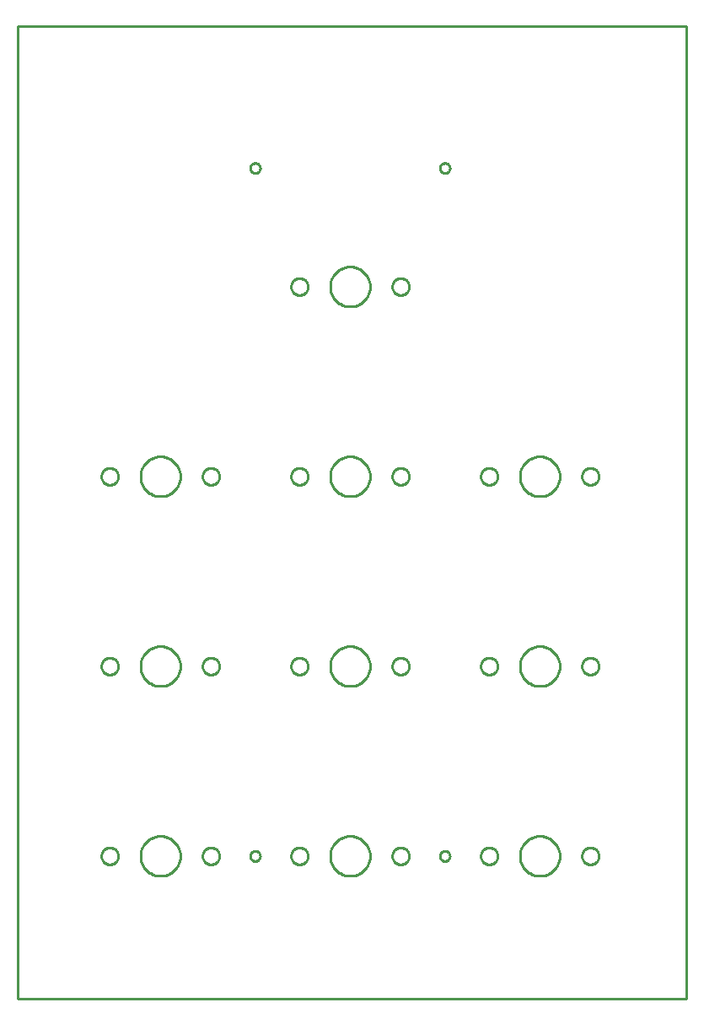
<source format=gbr>
G04 EAGLE Gerber RS-274X export*
G75*
%MOMM*%
%FSLAX34Y34*%
%LPD*%
%IN*%
%IPPOS*%
%AMOC8*
5,1,8,0,0,1.08239X$1,22.5*%
G01*
%ADD10C,0.254000*%


D10*
X-142875Y47625D02*
X528438Y47625D01*
X528438Y1023813D01*
X-142875Y1023813D01*
X-142875Y47625D01*
X100250Y880782D02*
X100187Y880224D01*
X100062Y879676D01*
X99877Y879146D01*
X99633Y878640D01*
X99334Y878165D01*
X98984Y877726D01*
X98587Y877328D01*
X98148Y876978D01*
X97672Y876680D01*
X97166Y876436D01*
X96636Y876250D01*
X96089Y876125D01*
X95531Y876063D01*
X94969Y876063D01*
X94411Y876125D01*
X93864Y876250D01*
X93334Y876436D01*
X92828Y876680D01*
X92352Y876978D01*
X91913Y877328D01*
X91516Y877726D01*
X91166Y878165D01*
X90867Y878640D01*
X90623Y879146D01*
X90438Y879676D01*
X90313Y880224D01*
X90250Y880782D01*
X90250Y881343D01*
X90313Y881901D01*
X90438Y882449D01*
X90623Y882979D01*
X90867Y883485D01*
X91166Y883960D01*
X91516Y884399D01*
X91913Y884797D01*
X92352Y885147D01*
X92828Y885446D01*
X93334Y885689D01*
X93864Y885875D01*
X94411Y886000D01*
X94969Y886063D01*
X95531Y886063D01*
X96089Y886000D01*
X96636Y885875D01*
X97166Y885689D01*
X97672Y885446D01*
X98148Y885147D01*
X98587Y884797D01*
X98984Y884399D01*
X99334Y883960D01*
X99633Y883485D01*
X99877Y882979D01*
X100062Y882449D01*
X100187Y881901D01*
X100250Y881343D01*
X100250Y880782D01*
X100250Y190219D02*
X100187Y189661D01*
X100062Y189114D01*
X99877Y188584D01*
X99633Y188078D01*
X99334Y187602D01*
X98984Y187163D01*
X98587Y186766D01*
X98148Y186416D01*
X97672Y186117D01*
X97166Y185873D01*
X96636Y185688D01*
X96089Y185563D01*
X95531Y185500D01*
X94969Y185500D01*
X94411Y185563D01*
X93864Y185688D01*
X93334Y185873D01*
X92828Y186117D01*
X92352Y186416D01*
X91913Y186766D01*
X91516Y187163D01*
X91166Y187602D01*
X90867Y188078D01*
X90623Y188584D01*
X90438Y189114D01*
X90313Y189661D01*
X90250Y190219D01*
X90250Y190781D01*
X90313Y191339D01*
X90438Y191886D01*
X90623Y192416D01*
X90867Y192922D01*
X91166Y193398D01*
X91516Y193837D01*
X91913Y194234D01*
X92352Y194584D01*
X92828Y194883D01*
X93334Y195127D01*
X93864Y195312D01*
X94411Y195437D01*
X94969Y195500D01*
X95531Y195500D01*
X96089Y195437D01*
X96636Y195312D01*
X97166Y195127D01*
X97672Y194883D01*
X98148Y194584D01*
X98587Y194234D01*
X98984Y193837D01*
X99334Y193398D01*
X99633Y192922D01*
X99877Y192416D01*
X100062Y191886D01*
X100187Y191339D01*
X100250Y190781D01*
X100250Y190219D01*
X290750Y190219D02*
X290687Y189661D01*
X290562Y189114D01*
X290377Y188584D01*
X290133Y188078D01*
X289834Y187602D01*
X289484Y187163D01*
X289087Y186766D01*
X288648Y186416D01*
X288172Y186117D01*
X287666Y185873D01*
X287136Y185688D01*
X286589Y185563D01*
X286031Y185500D01*
X285469Y185500D01*
X284911Y185563D01*
X284364Y185688D01*
X283834Y185873D01*
X283328Y186117D01*
X282852Y186416D01*
X282413Y186766D01*
X282016Y187163D01*
X281666Y187602D01*
X281367Y188078D01*
X281123Y188584D01*
X280938Y189114D01*
X280813Y189661D01*
X280750Y190219D01*
X280750Y190781D01*
X280813Y191339D01*
X280938Y191886D01*
X281123Y192416D01*
X281367Y192922D01*
X281666Y193398D01*
X282016Y193837D01*
X282413Y194234D01*
X282852Y194584D01*
X283328Y194883D01*
X283834Y195127D01*
X284364Y195312D01*
X284911Y195437D01*
X285469Y195500D01*
X286031Y195500D01*
X286589Y195437D01*
X287136Y195312D01*
X287666Y195127D01*
X288172Y194883D01*
X288648Y194584D01*
X289087Y194234D01*
X289484Y193837D01*
X289834Y193398D01*
X290133Y192922D01*
X290377Y192416D01*
X290562Y191886D01*
X290687Y191339D01*
X290750Y190781D01*
X290750Y190219D01*
X290750Y880782D02*
X290687Y880224D01*
X290562Y879676D01*
X290377Y879146D01*
X290133Y878640D01*
X289834Y878165D01*
X289484Y877726D01*
X289087Y877328D01*
X288648Y876978D01*
X288172Y876680D01*
X287666Y876436D01*
X287136Y876250D01*
X286589Y876125D01*
X286031Y876063D01*
X285469Y876063D01*
X284911Y876125D01*
X284364Y876250D01*
X283834Y876436D01*
X283328Y876680D01*
X282852Y876978D01*
X282413Y877328D01*
X282016Y877726D01*
X281666Y878165D01*
X281367Y878640D01*
X281123Y879146D01*
X280938Y879676D01*
X280813Y880224D01*
X280750Y880782D01*
X280750Y881343D01*
X280813Y881901D01*
X280938Y882449D01*
X281123Y882979D01*
X281367Y883485D01*
X281666Y883960D01*
X282016Y884399D01*
X282413Y884797D01*
X282852Y885147D01*
X283328Y885446D01*
X283834Y885689D01*
X284364Y885875D01*
X284911Y886000D01*
X285469Y886063D01*
X286031Y886063D01*
X286589Y886000D01*
X287136Y885875D01*
X287666Y885689D01*
X288172Y885446D01*
X288648Y885147D01*
X289087Y884797D01*
X289484Y884399D01*
X289834Y883960D01*
X290133Y883485D01*
X290377Y882979D01*
X290562Y882449D01*
X290687Y881901D01*
X290750Y881343D01*
X290750Y880782D01*
X20000Y570896D02*
X19927Y569689D01*
X19781Y568489D01*
X19563Y567300D01*
X19274Y566127D01*
X18915Y564973D01*
X18486Y563843D01*
X17990Y562741D01*
X17428Y561670D01*
X16803Y560636D01*
X16116Y559641D01*
X15371Y558690D01*
X14569Y557785D01*
X13715Y556931D01*
X12810Y556129D01*
X11859Y555384D01*
X10864Y554697D01*
X9830Y554072D01*
X8759Y553510D01*
X7657Y553014D01*
X6527Y552585D01*
X5373Y552226D01*
X4200Y551937D01*
X3011Y551719D01*
X1811Y551573D01*
X604Y551500D01*
X-604Y551500D01*
X-1811Y551573D01*
X-3011Y551719D01*
X-4200Y551937D01*
X-5373Y552226D01*
X-6527Y552585D01*
X-7657Y553014D01*
X-8759Y553510D01*
X-9830Y554072D01*
X-10864Y554697D01*
X-11859Y555384D01*
X-12810Y556129D01*
X-13715Y556931D01*
X-14569Y557785D01*
X-15371Y558690D01*
X-16116Y559641D01*
X-16803Y560636D01*
X-17428Y561670D01*
X-17990Y562741D01*
X-18486Y563843D01*
X-18915Y564973D01*
X-19274Y566127D01*
X-19563Y567300D01*
X-19781Y568489D01*
X-19927Y569689D01*
X-20000Y570896D01*
X-20000Y572104D01*
X-19927Y573311D01*
X-19781Y574511D01*
X-19563Y575700D01*
X-19274Y576873D01*
X-18915Y578027D01*
X-18486Y579157D01*
X-17990Y580259D01*
X-17428Y581330D01*
X-16803Y582364D01*
X-16116Y583359D01*
X-15371Y584310D01*
X-14569Y585215D01*
X-13715Y586069D01*
X-12810Y586871D01*
X-11859Y587616D01*
X-10864Y588303D01*
X-9830Y588928D01*
X-8759Y589490D01*
X-7657Y589986D01*
X-6527Y590415D01*
X-5373Y590774D01*
X-4200Y591063D01*
X-3011Y591281D01*
X-1811Y591427D01*
X-604Y591500D01*
X604Y591500D01*
X1811Y591427D01*
X3011Y591281D01*
X4200Y591063D01*
X5373Y590774D01*
X6527Y590415D01*
X7657Y589986D01*
X8759Y589490D01*
X9830Y588928D01*
X10864Y588303D01*
X11859Y587616D01*
X12810Y586871D01*
X13715Y586069D01*
X14569Y585215D01*
X15371Y584310D01*
X16116Y583359D01*
X16803Y582364D01*
X17428Y581330D01*
X17990Y580259D01*
X18486Y579157D01*
X18915Y578027D01*
X19274Y576873D01*
X19563Y575700D01*
X19781Y574511D01*
X19927Y573311D01*
X20000Y572104D01*
X20000Y570896D01*
X-42300Y571129D02*
X-42365Y570389D01*
X-42494Y569659D01*
X-42686Y568942D01*
X-42940Y568244D01*
X-43253Y567571D01*
X-43624Y566929D01*
X-44050Y566321D01*
X-44527Y565752D01*
X-45052Y565227D01*
X-45621Y564750D01*
X-46229Y564324D01*
X-46871Y563953D01*
X-47544Y563640D01*
X-48242Y563386D01*
X-48959Y563194D01*
X-49689Y563065D01*
X-50429Y563000D01*
X-51171Y563000D01*
X-51911Y563065D01*
X-52642Y563194D01*
X-53358Y563386D01*
X-54056Y563640D01*
X-54729Y563953D01*
X-55371Y564324D01*
X-55979Y564750D01*
X-56548Y565227D01*
X-57073Y565752D01*
X-57550Y566321D01*
X-57976Y566929D01*
X-58347Y567571D01*
X-58660Y568244D01*
X-58914Y568942D01*
X-59106Y569659D01*
X-59235Y570389D01*
X-59300Y571129D01*
X-59300Y571871D01*
X-59235Y572611D01*
X-59106Y573342D01*
X-58914Y574058D01*
X-58660Y574756D01*
X-58347Y575429D01*
X-57976Y576071D01*
X-57550Y576679D01*
X-57073Y577248D01*
X-56548Y577773D01*
X-55979Y578250D01*
X-55371Y578676D01*
X-54729Y579047D01*
X-54056Y579360D01*
X-53358Y579614D01*
X-52642Y579806D01*
X-51911Y579935D01*
X-51171Y580000D01*
X-50429Y580000D01*
X-49689Y579935D01*
X-48959Y579806D01*
X-48242Y579614D01*
X-47544Y579360D01*
X-46871Y579047D01*
X-46229Y578676D01*
X-45621Y578250D01*
X-45052Y577773D01*
X-44527Y577248D01*
X-44050Y576679D01*
X-43624Y576071D01*
X-43253Y575429D01*
X-42940Y574756D01*
X-42686Y574058D01*
X-42494Y573342D01*
X-42365Y572611D01*
X-42300Y571871D01*
X-42300Y571129D01*
X59300Y571129D02*
X59235Y570389D01*
X59106Y569659D01*
X58914Y568942D01*
X58660Y568244D01*
X58347Y567571D01*
X57976Y566929D01*
X57550Y566321D01*
X57073Y565752D01*
X56548Y565227D01*
X55979Y564750D01*
X55371Y564324D01*
X54729Y563953D01*
X54056Y563640D01*
X53358Y563386D01*
X52642Y563194D01*
X51911Y563065D01*
X51171Y563000D01*
X50429Y563000D01*
X49689Y563065D01*
X48959Y563194D01*
X48242Y563386D01*
X47544Y563640D01*
X46871Y563953D01*
X46229Y564324D01*
X45621Y564750D01*
X45052Y565227D01*
X44527Y565752D01*
X44050Y566321D01*
X43624Y566929D01*
X43253Y567571D01*
X42940Y568244D01*
X42686Y568942D01*
X42494Y569659D01*
X42365Y570389D01*
X42300Y571129D01*
X42300Y571871D01*
X42365Y572611D01*
X42494Y573342D01*
X42686Y574058D01*
X42940Y574756D01*
X43253Y575429D01*
X43624Y576071D01*
X44050Y576679D01*
X44527Y577248D01*
X45052Y577773D01*
X45621Y578250D01*
X46229Y578676D01*
X46871Y579047D01*
X47544Y579360D01*
X48242Y579614D01*
X48959Y579806D01*
X49689Y579935D01*
X50429Y580000D01*
X51171Y580000D01*
X51911Y579935D01*
X52642Y579806D01*
X53358Y579614D01*
X54056Y579360D01*
X54729Y579047D01*
X55371Y578676D01*
X55979Y578250D01*
X56548Y577773D01*
X57073Y577248D01*
X57550Y576679D01*
X57976Y576071D01*
X58347Y575429D01*
X58660Y574756D01*
X58914Y574058D01*
X59106Y573342D01*
X59235Y572611D01*
X59300Y571871D01*
X59300Y571129D01*
X210500Y570896D02*
X210427Y569689D01*
X210281Y568489D01*
X210063Y567300D01*
X209774Y566127D01*
X209415Y564973D01*
X208986Y563843D01*
X208490Y562741D01*
X207928Y561670D01*
X207303Y560636D01*
X206616Y559641D01*
X205871Y558690D01*
X205069Y557785D01*
X204215Y556931D01*
X203310Y556129D01*
X202359Y555384D01*
X201364Y554697D01*
X200330Y554072D01*
X199259Y553510D01*
X198157Y553014D01*
X197027Y552585D01*
X195873Y552226D01*
X194700Y551937D01*
X193511Y551719D01*
X192311Y551573D01*
X191104Y551500D01*
X189896Y551500D01*
X188689Y551573D01*
X187489Y551719D01*
X186300Y551937D01*
X185127Y552226D01*
X183973Y552585D01*
X182843Y553014D01*
X181741Y553510D01*
X180670Y554072D01*
X179636Y554697D01*
X178641Y555384D01*
X177690Y556129D01*
X176785Y556931D01*
X175931Y557785D01*
X175129Y558690D01*
X174384Y559641D01*
X173697Y560636D01*
X173072Y561670D01*
X172510Y562741D01*
X172014Y563843D01*
X171585Y564973D01*
X171226Y566127D01*
X170937Y567300D01*
X170719Y568489D01*
X170573Y569689D01*
X170500Y570896D01*
X170500Y572104D01*
X170573Y573311D01*
X170719Y574511D01*
X170937Y575700D01*
X171226Y576873D01*
X171585Y578027D01*
X172014Y579157D01*
X172510Y580259D01*
X173072Y581330D01*
X173697Y582364D01*
X174384Y583359D01*
X175129Y584310D01*
X175931Y585215D01*
X176785Y586069D01*
X177690Y586871D01*
X178641Y587616D01*
X179636Y588303D01*
X180670Y588928D01*
X181741Y589490D01*
X182843Y589986D01*
X183973Y590415D01*
X185127Y590774D01*
X186300Y591063D01*
X187489Y591281D01*
X188689Y591427D01*
X189896Y591500D01*
X191104Y591500D01*
X192311Y591427D01*
X193511Y591281D01*
X194700Y591063D01*
X195873Y590774D01*
X197027Y590415D01*
X198157Y589986D01*
X199259Y589490D01*
X200330Y588928D01*
X201364Y588303D01*
X202359Y587616D01*
X203310Y586871D01*
X204215Y586069D01*
X205069Y585215D01*
X205871Y584310D01*
X206616Y583359D01*
X207303Y582364D01*
X207928Y581330D01*
X208490Y580259D01*
X208986Y579157D01*
X209415Y578027D01*
X209774Y576873D01*
X210063Y575700D01*
X210281Y574511D01*
X210427Y573311D01*
X210500Y572104D01*
X210500Y570896D01*
X148200Y571129D02*
X148135Y570389D01*
X148006Y569659D01*
X147814Y568942D01*
X147560Y568244D01*
X147247Y567571D01*
X146876Y566929D01*
X146450Y566321D01*
X145973Y565752D01*
X145448Y565227D01*
X144879Y564750D01*
X144271Y564324D01*
X143629Y563953D01*
X142956Y563640D01*
X142258Y563386D01*
X141542Y563194D01*
X140811Y563065D01*
X140071Y563000D01*
X139329Y563000D01*
X138589Y563065D01*
X137859Y563194D01*
X137142Y563386D01*
X136444Y563640D01*
X135771Y563953D01*
X135129Y564324D01*
X134521Y564750D01*
X133952Y565227D01*
X133427Y565752D01*
X132950Y566321D01*
X132524Y566929D01*
X132153Y567571D01*
X131840Y568244D01*
X131586Y568942D01*
X131394Y569659D01*
X131265Y570389D01*
X131200Y571129D01*
X131200Y571871D01*
X131265Y572611D01*
X131394Y573342D01*
X131586Y574058D01*
X131840Y574756D01*
X132153Y575429D01*
X132524Y576071D01*
X132950Y576679D01*
X133427Y577248D01*
X133952Y577773D01*
X134521Y578250D01*
X135129Y578676D01*
X135771Y579047D01*
X136444Y579360D01*
X137142Y579614D01*
X137859Y579806D01*
X138589Y579935D01*
X139329Y580000D01*
X140071Y580000D01*
X140811Y579935D01*
X141542Y579806D01*
X142258Y579614D01*
X142956Y579360D01*
X143629Y579047D01*
X144271Y578676D01*
X144879Y578250D01*
X145448Y577773D01*
X145973Y577248D01*
X146450Y576679D01*
X146876Y576071D01*
X147247Y575429D01*
X147560Y574756D01*
X147814Y574058D01*
X148006Y573342D01*
X148135Y572611D01*
X148200Y571871D01*
X148200Y571129D01*
X249800Y571129D02*
X249735Y570389D01*
X249606Y569659D01*
X249414Y568942D01*
X249160Y568244D01*
X248847Y567571D01*
X248476Y566929D01*
X248050Y566321D01*
X247573Y565752D01*
X247048Y565227D01*
X246479Y564750D01*
X245871Y564324D01*
X245229Y563953D01*
X244556Y563640D01*
X243858Y563386D01*
X243142Y563194D01*
X242411Y563065D01*
X241671Y563000D01*
X240929Y563000D01*
X240189Y563065D01*
X239459Y563194D01*
X238742Y563386D01*
X238044Y563640D01*
X237371Y563953D01*
X236729Y564324D01*
X236121Y564750D01*
X235552Y565227D01*
X235027Y565752D01*
X234550Y566321D01*
X234124Y566929D01*
X233753Y567571D01*
X233440Y568244D01*
X233186Y568942D01*
X232994Y569659D01*
X232865Y570389D01*
X232800Y571129D01*
X232800Y571871D01*
X232865Y572611D01*
X232994Y573342D01*
X233186Y574058D01*
X233440Y574756D01*
X233753Y575429D01*
X234124Y576071D01*
X234550Y576679D01*
X235027Y577248D01*
X235552Y577773D01*
X236121Y578250D01*
X236729Y578676D01*
X237371Y579047D01*
X238044Y579360D01*
X238742Y579614D01*
X239459Y579806D01*
X240189Y579935D01*
X240929Y580000D01*
X241671Y580000D01*
X242411Y579935D01*
X243142Y579806D01*
X243858Y579614D01*
X244556Y579360D01*
X245229Y579047D01*
X245871Y578676D01*
X246479Y578250D01*
X247048Y577773D01*
X247573Y577248D01*
X248050Y576679D01*
X248476Y576071D01*
X248847Y575429D01*
X249160Y574756D01*
X249414Y574058D01*
X249606Y573342D01*
X249735Y572611D01*
X249800Y571871D01*
X249800Y571129D01*
X401000Y570896D02*
X400927Y569689D01*
X400781Y568489D01*
X400563Y567300D01*
X400274Y566127D01*
X399915Y564973D01*
X399486Y563843D01*
X398990Y562741D01*
X398428Y561670D01*
X397803Y560636D01*
X397116Y559641D01*
X396371Y558690D01*
X395569Y557785D01*
X394715Y556931D01*
X393810Y556129D01*
X392859Y555384D01*
X391864Y554697D01*
X390830Y554072D01*
X389759Y553510D01*
X388657Y553014D01*
X387527Y552585D01*
X386373Y552226D01*
X385200Y551937D01*
X384011Y551719D01*
X382811Y551573D01*
X381604Y551500D01*
X380396Y551500D01*
X379189Y551573D01*
X377989Y551719D01*
X376800Y551937D01*
X375627Y552226D01*
X374473Y552585D01*
X373343Y553014D01*
X372241Y553510D01*
X371170Y554072D01*
X370136Y554697D01*
X369141Y555384D01*
X368190Y556129D01*
X367285Y556931D01*
X366431Y557785D01*
X365629Y558690D01*
X364884Y559641D01*
X364197Y560636D01*
X363572Y561670D01*
X363010Y562741D01*
X362514Y563843D01*
X362085Y564973D01*
X361726Y566127D01*
X361437Y567300D01*
X361219Y568489D01*
X361073Y569689D01*
X361000Y570896D01*
X361000Y572104D01*
X361073Y573311D01*
X361219Y574511D01*
X361437Y575700D01*
X361726Y576873D01*
X362085Y578027D01*
X362514Y579157D01*
X363010Y580259D01*
X363572Y581330D01*
X364197Y582364D01*
X364884Y583359D01*
X365629Y584310D01*
X366431Y585215D01*
X367285Y586069D01*
X368190Y586871D01*
X369141Y587616D01*
X370136Y588303D01*
X371170Y588928D01*
X372241Y589490D01*
X373343Y589986D01*
X374473Y590415D01*
X375627Y590774D01*
X376800Y591063D01*
X377989Y591281D01*
X379189Y591427D01*
X380396Y591500D01*
X381604Y591500D01*
X382811Y591427D01*
X384011Y591281D01*
X385200Y591063D01*
X386373Y590774D01*
X387527Y590415D01*
X388657Y589986D01*
X389759Y589490D01*
X390830Y588928D01*
X391864Y588303D01*
X392859Y587616D01*
X393810Y586871D01*
X394715Y586069D01*
X395569Y585215D01*
X396371Y584310D01*
X397116Y583359D01*
X397803Y582364D01*
X398428Y581330D01*
X398990Y580259D01*
X399486Y579157D01*
X399915Y578027D01*
X400274Y576873D01*
X400563Y575700D01*
X400781Y574511D01*
X400927Y573311D01*
X401000Y572104D01*
X401000Y570896D01*
X338700Y571129D02*
X338635Y570389D01*
X338506Y569659D01*
X338314Y568942D01*
X338060Y568244D01*
X337747Y567571D01*
X337376Y566929D01*
X336950Y566321D01*
X336473Y565752D01*
X335948Y565227D01*
X335379Y564750D01*
X334771Y564324D01*
X334129Y563953D01*
X333456Y563640D01*
X332758Y563386D01*
X332042Y563194D01*
X331311Y563065D01*
X330571Y563000D01*
X329829Y563000D01*
X329089Y563065D01*
X328359Y563194D01*
X327642Y563386D01*
X326944Y563640D01*
X326271Y563953D01*
X325629Y564324D01*
X325021Y564750D01*
X324452Y565227D01*
X323927Y565752D01*
X323450Y566321D01*
X323024Y566929D01*
X322653Y567571D01*
X322340Y568244D01*
X322086Y568942D01*
X321894Y569659D01*
X321765Y570389D01*
X321700Y571129D01*
X321700Y571871D01*
X321765Y572611D01*
X321894Y573342D01*
X322086Y574058D01*
X322340Y574756D01*
X322653Y575429D01*
X323024Y576071D01*
X323450Y576679D01*
X323927Y577248D01*
X324452Y577773D01*
X325021Y578250D01*
X325629Y578676D01*
X326271Y579047D01*
X326944Y579360D01*
X327642Y579614D01*
X328359Y579806D01*
X329089Y579935D01*
X329829Y580000D01*
X330571Y580000D01*
X331311Y579935D01*
X332042Y579806D01*
X332758Y579614D01*
X333456Y579360D01*
X334129Y579047D01*
X334771Y578676D01*
X335379Y578250D01*
X335948Y577773D01*
X336473Y577248D01*
X336950Y576679D01*
X337376Y576071D01*
X337747Y575429D01*
X338060Y574756D01*
X338314Y574058D01*
X338506Y573342D01*
X338635Y572611D01*
X338700Y571871D01*
X338700Y571129D01*
X440300Y571129D02*
X440235Y570389D01*
X440106Y569659D01*
X439914Y568942D01*
X439660Y568244D01*
X439347Y567571D01*
X438976Y566929D01*
X438550Y566321D01*
X438073Y565752D01*
X437548Y565227D01*
X436979Y564750D01*
X436371Y564324D01*
X435729Y563953D01*
X435056Y563640D01*
X434358Y563386D01*
X433642Y563194D01*
X432911Y563065D01*
X432171Y563000D01*
X431429Y563000D01*
X430689Y563065D01*
X429959Y563194D01*
X429242Y563386D01*
X428544Y563640D01*
X427871Y563953D01*
X427229Y564324D01*
X426621Y564750D01*
X426052Y565227D01*
X425527Y565752D01*
X425050Y566321D01*
X424624Y566929D01*
X424253Y567571D01*
X423940Y568244D01*
X423686Y568942D01*
X423494Y569659D01*
X423365Y570389D01*
X423300Y571129D01*
X423300Y571871D01*
X423365Y572611D01*
X423494Y573342D01*
X423686Y574058D01*
X423940Y574756D01*
X424253Y575429D01*
X424624Y576071D01*
X425050Y576679D01*
X425527Y577248D01*
X426052Y577773D01*
X426621Y578250D01*
X427229Y578676D01*
X427871Y579047D01*
X428544Y579360D01*
X429242Y579614D01*
X429959Y579806D01*
X430689Y579935D01*
X431429Y580000D01*
X432171Y580000D01*
X432911Y579935D01*
X433642Y579806D01*
X434358Y579614D01*
X435056Y579360D01*
X435729Y579047D01*
X436371Y578676D01*
X436979Y578250D01*
X437548Y577773D01*
X438073Y577248D01*
X438550Y576679D01*
X438976Y576071D01*
X439347Y575429D01*
X439660Y574756D01*
X439914Y574058D01*
X440106Y573342D01*
X440235Y572611D01*
X440300Y571871D01*
X440300Y571129D01*
X401000Y380396D02*
X400927Y379189D01*
X400781Y377989D01*
X400563Y376800D01*
X400274Y375627D01*
X399915Y374473D01*
X399486Y373343D01*
X398990Y372241D01*
X398428Y371170D01*
X397803Y370136D01*
X397116Y369141D01*
X396371Y368190D01*
X395569Y367285D01*
X394715Y366431D01*
X393810Y365629D01*
X392859Y364884D01*
X391864Y364197D01*
X390830Y363572D01*
X389759Y363010D01*
X388657Y362514D01*
X387527Y362085D01*
X386373Y361726D01*
X385200Y361437D01*
X384011Y361219D01*
X382811Y361073D01*
X381604Y361000D01*
X380396Y361000D01*
X379189Y361073D01*
X377989Y361219D01*
X376800Y361437D01*
X375627Y361726D01*
X374473Y362085D01*
X373343Y362514D01*
X372241Y363010D01*
X371170Y363572D01*
X370136Y364197D01*
X369141Y364884D01*
X368190Y365629D01*
X367285Y366431D01*
X366431Y367285D01*
X365629Y368190D01*
X364884Y369141D01*
X364197Y370136D01*
X363572Y371170D01*
X363010Y372241D01*
X362514Y373343D01*
X362085Y374473D01*
X361726Y375627D01*
X361437Y376800D01*
X361219Y377989D01*
X361073Y379189D01*
X361000Y380396D01*
X361000Y381604D01*
X361073Y382811D01*
X361219Y384011D01*
X361437Y385200D01*
X361726Y386373D01*
X362085Y387527D01*
X362514Y388657D01*
X363010Y389759D01*
X363572Y390830D01*
X364197Y391864D01*
X364884Y392859D01*
X365629Y393810D01*
X366431Y394715D01*
X367285Y395569D01*
X368190Y396371D01*
X369141Y397116D01*
X370136Y397803D01*
X371170Y398428D01*
X372241Y398990D01*
X373343Y399486D01*
X374473Y399915D01*
X375627Y400274D01*
X376800Y400563D01*
X377989Y400781D01*
X379189Y400927D01*
X380396Y401000D01*
X381604Y401000D01*
X382811Y400927D01*
X384011Y400781D01*
X385200Y400563D01*
X386373Y400274D01*
X387527Y399915D01*
X388657Y399486D01*
X389759Y398990D01*
X390830Y398428D01*
X391864Y397803D01*
X392859Y397116D01*
X393810Y396371D01*
X394715Y395569D01*
X395569Y394715D01*
X396371Y393810D01*
X397116Y392859D01*
X397803Y391864D01*
X398428Y390830D01*
X398990Y389759D01*
X399486Y388657D01*
X399915Y387527D01*
X400274Y386373D01*
X400563Y385200D01*
X400781Y384011D01*
X400927Y382811D01*
X401000Y381604D01*
X401000Y380396D01*
X338700Y380629D02*
X338635Y379889D01*
X338506Y379159D01*
X338314Y378442D01*
X338060Y377744D01*
X337747Y377071D01*
X337376Y376429D01*
X336950Y375821D01*
X336473Y375252D01*
X335948Y374727D01*
X335379Y374250D01*
X334771Y373824D01*
X334129Y373453D01*
X333456Y373140D01*
X332758Y372886D01*
X332042Y372694D01*
X331311Y372565D01*
X330571Y372500D01*
X329829Y372500D01*
X329089Y372565D01*
X328359Y372694D01*
X327642Y372886D01*
X326944Y373140D01*
X326271Y373453D01*
X325629Y373824D01*
X325021Y374250D01*
X324452Y374727D01*
X323927Y375252D01*
X323450Y375821D01*
X323024Y376429D01*
X322653Y377071D01*
X322340Y377744D01*
X322086Y378442D01*
X321894Y379159D01*
X321765Y379889D01*
X321700Y380629D01*
X321700Y381371D01*
X321765Y382111D01*
X321894Y382842D01*
X322086Y383558D01*
X322340Y384256D01*
X322653Y384929D01*
X323024Y385571D01*
X323450Y386179D01*
X323927Y386748D01*
X324452Y387273D01*
X325021Y387750D01*
X325629Y388176D01*
X326271Y388547D01*
X326944Y388860D01*
X327642Y389114D01*
X328359Y389306D01*
X329089Y389435D01*
X329829Y389500D01*
X330571Y389500D01*
X331311Y389435D01*
X332042Y389306D01*
X332758Y389114D01*
X333456Y388860D01*
X334129Y388547D01*
X334771Y388176D01*
X335379Y387750D01*
X335948Y387273D01*
X336473Y386748D01*
X336950Y386179D01*
X337376Y385571D01*
X337747Y384929D01*
X338060Y384256D01*
X338314Y383558D01*
X338506Y382842D01*
X338635Y382111D01*
X338700Y381371D01*
X338700Y380629D01*
X440300Y380629D02*
X440235Y379889D01*
X440106Y379159D01*
X439914Y378442D01*
X439660Y377744D01*
X439347Y377071D01*
X438976Y376429D01*
X438550Y375821D01*
X438073Y375252D01*
X437548Y374727D01*
X436979Y374250D01*
X436371Y373824D01*
X435729Y373453D01*
X435056Y373140D01*
X434358Y372886D01*
X433642Y372694D01*
X432911Y372565D01*
X432171Y372500D01*
X431429Y372500D01*
X430689Y372565D01*
X429959Y372694D01*
X429242Y372886D01*
X428544Y373140D01*
X427871Y373453D01*
X427229Y373824D01*
X426621Y374250D01*
X426052Y374727D01*
X425527Y375252D01*
X425050Y375821D01*
X424624Y376429D01*
X424253Y377071D01*
X423940Y377744D01*
X423686Y378442D01*
X423494Y379159D01*
X423365Y379889D01*
X423300Y380629D01*
X423300Y381371D01*
X423365Y382111D01*
X423494Y382842D01*
X423686Y383558D01*
X423940Y384256D01*
X424253Y384929D01*
X424624Y385571D01*
X425050Y386179D01*
X425527Y386748D01*
X426052Y387273D01*
X426621Y387750D01*
X427229Y388176D01*
X427871Y388547D01*
X428544Y388860D01*
X429242Y389114D01*
X429959Y389306D01*
X430689Y389435D01*
X431429Y389500D01*
X432171Y389500D01*
X432911Y389435D01*
X433642Y389306D01*
X434358Y389114D01*
X435056Y388860D01*
X435729Y388547D01*
X436371Y388176D01*
X436979Y387750D01*
X437548Y387273D01*
X438073Y386748D01*
X438550Y386179D01*
X438976Y385571D01*
X439347Y384929D01*
X439660Y384256D01*
X439914Y383558D01*
X440106Y382842D01*
X440235Y382111D01*
X440300Y381371D01*
X440300Y380629D01*
X210500Y380396D02*
X210427Y379189D01*
X210281Y377989D01*
X210063Y376800D01*
X209774Y375627D01*
X209415Y374473D01*
X208986Y373343D01*
X208490Y372241D01*
X207928Y371170D01*
X207303Y370136D01*
X206616Y369141D01*
X205871Y368190D01*
X205069Y367285D01*
X204215Y366431D01*
X203310Y365629D01*
X202359Y364884D01*
X201364Y364197D01*
X200330Y363572D01*
X199259Y363010D01*
X198157Y362514D01*
X197027Y362085D01*
X195873Y361726D01*
X194700Y361437D01*
X193511Y361219D01*
X192311Y361073D01*
X191104Y361000D01*
X189896Y361000D01*
X188689Y361073D01*
X187489Y361219D01*
X186300Y361437D01*
X185127Y361726D01*
X183973Y362085D01*
X182843Y362514D01*
X181741Y363010D01*
X180670Y363572D01*
X179636Y364197D01*
X178641Y364884D01*
X177690Y365629D01*
X176785Y366431D01*
X175931Y367285D01*
X175129Y368190D01*
X174384Y369141D01*
X173697Y370136D01*
X173072Y371170D01*
X172510Y372241D01*
X172014Y373343D01*
X171585Y374473D01*
X171226Y375627D01*
X170937Y376800D01*
X170719Y377989D01*
X170573Y379189D01*
X170500Y380396D01*
X170500Y381604D01*
X170573Y382811D01*
X170719Y384011D01*
X170937Y385200D01*
X171226Y386373D01*
X171585Y387527D01*
X172014Y388657D01*
X172510Y389759D01*
X173072Y390830D01*
X173697Y391864D01*
X174384Y392859D01*
X175129Y393810D01*
X175931Y394715D01*
X176785Y395569D01*
X177690Y396371D01*
X178641Y397116D01*
X179636Y397803D01*
X180670Y398428D01*
X181741Y398990D01*
X182843Y399486D01*
X183973Y399915D01*
X185127Y400274D01*
X186300Y400563D01*
X187489Y400781D01*
X188689Y400927D01*
X189896Y401000D01*
X191104Y401000D01*
X192311Y400927D01*
X193511Y400781D01*
X194700Y400563D01*
X195873Y400274D01*
X197027Y399915D01*
X198157Y399486D01*
X199259Y398990D01*
X200330Y398428D01*
X201364Y397803D01*
X202359Y397116D01*
X203310Y396371D01*
X204215Y395569D01*
X205069Y394715D01*
X205871Y393810D01*
X206616Y392859D01*
X207303Y391864D01*
X207928Y390830D01*
X208490Y389759D01*
X208986Y388657D01*
X209415Y387527D01*
X209774Y386373D01*
X210063Y385200D01*
X210281Y384011D01*
X210427Y382811D01*
X210500Y381604D01*
X210500Y380396D01*
X148200Y380629D02*
X148135Y379889D01*
X148006Y379159D01*
X147814Y378442D01*
X147560Y377744D01*
X147247Y377071D01*
X146876Y376429D01*
X146450Y375821D01*
X145973Y375252D01*
X145448Y374727D01*
X144879Y374250D01*
X144271Y373824D01*
X143629Y373453D01*
X142956Y373140D01*
X142258Y372886D01*
X141542Y372694D01*
X140811Y372565D01*
X140071Y372500D01*
X139329Y372500D01*
X138589Y372565D01*
X137859Y372694D01*
X137142Y372886D01*
X136444Y373140D01*
X135771Y373453D01*
X135129Y373824D01*
X134521Y374250D01*
X133952Y374727D01*
X133427Y375252D01*
X132950Y375821D01*
X132524Y376429D01*
X132153Y377071D01*
X131840Y377744D01*
X131586Y378442D01*
X131394Y379159D01*
X131265Y379889D01*
X131200Y380629D01*
X131200Y381371D01*
X131265Y382111D01*
X131394Y382842D01*
X131586Y383558D01*
X131840Y384256D01*
X132153Y384929D01*
X132524Y385571D01*
X132950Y386179D01*
X133427Y386748D01*
X133952Y387273D01*
X134521Y387750D01*
X135129Y388176D01*
X135771Y388547D01*
X136444Y388860D01*
X137142Y389114D01*
X137859Y389306D01*
X138589Y389435D01*
X139329Y389500D01*
X140071Y389500D01*
X140811Y389435D01*
X141542Y389306D01*
X142258Y389114D01*
X142956Y388860D01*
X143629Y388547D01*
X144271Y388176D01*
X144879Y387750D01*
X145448Y387273D01*
X145973Y386748D01*
X146450Y386179D01*
X146876Y385571D01*
X147247Y384929D01*
X147560Y384256D01*
X147814Y383558D01*
X148006Y382842D01*
X148135Y382111D01*
X148200Y381371D01*
X148200Y380629D01*
X249800Y380629D02*
X249735Y379889D01*
X249606Y379159D01*
X249414Y378442D01*
X249160Y377744D01*
X248847Y377071D01*
X248476Y376429D01*
X248050Y375821D01*
X247573Y375252D01*
X247048Y374727D01*
X246479Y374250D01*
X245871Y373824D01*
X245229Y373453D01*
X244556Y373140D01*
X243858Y372886D01*
X243142Y372694D01*
X242411Y372565D01*
X241671Y372500D01*
X240929Y372500D01*
X240189Y372565D01*
X239459Y372694D01*
X238742Y372886D01*
X238044Y373140D01*
X237371Y373453D01*
X236729Y373824D01*
X236121Y374250D01*
X235552Y374727D01*
X235027Y375252D01*
X234550Y375821D01*
X234124Y376429D01*
X233753Y377071D01*
X233440Y377744D01*
X233186Y378442D01*
X232994Y379159D01*
X232865Y379889D01*
X232800Y380629D01*
X232800Y381371D01*
X232865Y382111D01*
X232994Y382842D01*
X233186Y383558D01*
X233440Y384256D01*
X233753Y384929D01*
X234124Y385571D01*
X234550Y386179D01*
X235027Y386748D01*
X235552Y387273D01*
X236121Y387750D01*
X236729Y388176D01*
X237371Y388547D01*
X238044Y388860D01*
X238742Y389114D01*
X239459Y389306D01*
X240189Y389435D01*
X240929Y389500D01*
X241671Y389500D01*
X242411Y389435D01*
X243142Y389306D01*
X243858Y389114D01*
X244556Y388860D01*
X245229Y388547D01*
X245871Y388176D01*
X246479Y387750D01*
X247048Y387273D01*
X247573Y386748D01*
X248050Y386179D01*
X248476Y385571D01*
X248847Y384929D01*
X249160Y384256D01*
X249414Y383558D01*
X249606Y382842D01*
X249735Y382111D01*
X249800Y381371D01*
X249800Y380629D01*
X20000Y380396D02*
X19927Y379189D01*
X19781Y377989D01*
X19563Y376800D01*
X19274Y375627D01*
X18915Y374473D01*
X18486Y373343D01*
X17990Y372241D01*
X17428Y371170D01*
X16803Y370136D01*
X16116Y369141D01*
X15371Y368190D01*
X14569Y367285D01*
X13715Y366431D01*
X12810Y365629D01*
X11859Y364884D01*
X10864Y364197D01*
X9830Y363572D01*
X8759Y363010D01*
X7657Y362514D01*
X6527Y362085D01*
X5373Y361726D01*
X4200Y361437D01*
X3011Y361219D01*
X1811Y361073D01*
X604Y361000D01*
X-604Y361000D01*
X-1811Y361073D01*
X-3011Y361219D01*
X-4200Y361437D01*
X-5373Y361726D01*
X-6527Y362085D01*
X-7657Y362514D01*
X-8759Y363010D01*
X-9830Y363572D01*
X-10864Y364197D01*
X-11859Y364884D01*
X-12810Y365629D01*
X-13715Y366431D01*
X-14569Y367285D01*
X-15371Y368190D01*
X-16116Y369141D01*
X-16803Y370136D01*
X-17428Y371170D01*
X-17990Y372241D01*
X-18486Y373343D01*
X-18915Y374473D01*
X-19274Y375627D01*
X-19563Y376800D01*
X-19781Y377989D01*
X-19927Y379189D01*
X-20000Y380396D01*
X-20000Y381604D01*
X-19927Y382811D01*
X-19781Y384011D01*
X-19563Y385200D01*
X-19274Y386373D01*
X-18915Y387527D01*
X-18486Y388657D01*
X-17990Y389759D01*
X-17428Y390830D01*
X-16803Y391864D01*
X-16116Y392859D01*
X-15371Y393810D01*
X-14569Y394715D01*
X-13715Y395569D01*
X-12810Y396371D01*
X-11859Y397116D01*
X-10864Y397803D01*
X-9830Y398428D01*
X-8759Y398990D01*
X-7657Y399486D01*
X-6527Y399915D01*
X-5373Y400274D01*
X-4200Y400563D01*
X-3011Y400781D01*
X-1811Y400927D01*
X-604Y401000D01*
X604Y401000D01*
X1811Y400927D01*
X3011Y400781D01*
X4200Y400563D01*
X5373Y400274D01*
X6527Y399915D01*
X7657Y399486D01*
X8759Y398990D01*
X9830Y398428D01*
X10864Y397803D01*
X11859Y397116D01*
X12810Y396371D01*
X13715Y395569D01*
X14569Y394715D01*
X15371Y393810D01*
X16116Y392859D01*
X16803Y391864D01*
X17428Y390830D01*
X17990Y389759D01*
X18486Y388657D01*
X18915Y387527D01*
X19274Y386373D01*
X19563Y385200D01*
X19781Y384011D01*
X19927Y382811D01*
X20000Y381604D01*
X20000Y380396D01*
X-42300Y380629D02*
X-42365Y379889D01*
X-42494Y379159D01*
X-42686Y378442D01*
X-42940Y377744D01*
X-43253Y377071D01*
X-43624Y376429D01*
X-44050Y375821D01*
X-44527Y375252D01*
X-45052Y374727D01*
X-45621Y374250D01*
X-46229Y373824D01*
X-46871Y373453D01*
X-47544Y373140D01*
X-48242Y372886D01*
X-48959Y372694D01*
X-49689Y372565D01*
X-50429Y372500D01*
X-51171Y372500D01*
X-51911Y372565D01*
X-52642Y372694D01*
X-53358Y372886D01*
X-54056Y373140D01*
X-54729Y373453D01*
X-55371Y373824D01*
X-55979Y374250D01*
X-56548Y374727D01*
X-57073Y375252D01*
X-57550Y375821D01*
X-57976Y376429D01*
X-58347Y377071D01*
X-58660Y377744D01*
X-58914Y378442D01*
X-59106Y379159D01*
X-59235Y379889D01*
X-59300Y380629D01*
X-59300Y381371D01*
X-59235Y382111D01*
X-59106Y382842D01*
X-58914Y383558D01*
X-58660Y384256D01*
X-58347Y384929D01*
X-57976Y385571D01*
X-57550Y386179D01*
X-57073Y386748D01*
X-56548Y387273D01*
X-55979Y387750D01*
X-55371Y388176D01*
X-54729Y388547D01*
X-54056Y388860D01*
X-53358Y389114D01*
X-52642Y389306D01*
X-51911Y389435D01*
X-51171Y389500D01*
X-50429Y389500D01*
X-49689Y389435D01*
X-48959Y389306D01*
X-48242Y389114D01*
X-47544Y388860D01*
X-46871Y388547D01*
X-46229Y388176D01*
X-45621Y387750D01*
X-45052Y387273D01*
X-44527Y386748D01*
X-44050Y386179D01*
X-43624Y385571D01*
X-43253Y384929D01*
X-42940Y384256D01*
X-42686Y383558D01*
X-42494Y382842D01*
X-42365Y382111D01*
X-42300Y381371D01*
X-42300Y380629D01*
X59300Y380629D02*
X59235Y379889D01*
X59106Y379159D01*
X58914Y378442D01*
X58660Y377744D01*
X58347Y377071D01*
X57976Y376429D01*
X57550Y375821D01*
X57073Y375252D01*
X56548Y374727D01*
X55979Y374250D01*
X55371Y373824D01*
X54729Y373453D01*
X54056Y373140D01*
X53358Y372886D01*
X52642Y372694D01*
X51911Y372565D01*
X51171Y372500D01*
X50429Y372500D01*
X49689Y372565D01*
X48959Y372694D01*
X48242Y372886D01*
X47544Y373140D01*
X46871Y373453D01*
X46229Y373824D01*
X45621Y374250D01*
X45052Y374727D01*
X44527Y375252D01*
X44050Y375821D01*
X43624Y376429D01*
X43253Y377071D01*
X42940Y377744D01*
X42686Y378442D01*
X42494Y379159D01*
X42365Y379889D01*
X42300Y380629D01*
X42300Y381371D01*
X42365Y382111D01*
X42494Y382842D01*
X42686Y383558D01*
X42940Y384256D01*
X43253Y384929D01*
X43624Y385571D01*
X44050Y386179D01*
X44527Y386748D01*
X45052Y387273D01*
X45621Y387750D01*
X46229Y388176D01*
X46871Y388547D01*
X47544Y388860D01*
X48242Y389114D01*
X48959Y389306D01*
X49689Y389435D01*
X50429Y389500D01*
X51171Y389500D01*
X51911Y389435D01*
X52642Y389306D01*
X53358Y389114D01*
X54056Y388860D01*
X54729Y388547D01*
X55371Y388176D01*
X55979Y387750D01*
X56548Y387273D01*
X57073Y386748D01*
X57550Y386179D01*
X57976Y385571D01*
X58347Y384929D01*
X58660Y384256D01*
X58914Y383558D01*
X59106Y382842D01*
X59235Y382111D01*
X59300Y381371D01*
X59300Y380629D01*
X20000Y189896D02*
X19927Y188689D01*
X19781Y187489D01*
X19563Y186300D01*
X19274Y185127D01*
X18915Y183973D01*
X18486Y182843D01*
X17990Y181741D01*
X17428Y180670D01*
X16803Y179636D01*
X16116Y178641D01*
X15371Y177690D01*
X14569Y176785D01*
X13715Y175931D01*
X12810Y175129D01*
X11859Y174384D01*
X10864Y173697D01*
X9830Y173072D01*
X8759Y172510D01*
X7657Y172014D01*
X6527Y171585D01*
X5373Y171226D01*
X4200Y170937D01*
X3011Y170719D01*
X1811Y170573D01*
X604Y170500D01*
X-604Y170500D01*
X-1811Y170573D01*
X-3011Y170719D01*
X-4200Y170937D01*
X-5373Y171226D01*
X-6527Y171585D01*
X-7657Y172014D01*
X-8759Y172510D01*
X-9830Y173072D01*
X-10864Y173697D01*
X-11859Y174384D01*
X-12810Y175129D01*
X-13715Y175931D01*
X-14569Y176785D01*
X-15371Y177690D01*
X-16116Y178641D01*
X-16803Y179636D01*
X-17428Y180670D01*
X-17990Y181741D01*
X-18486Y182843D01*
X-18915Y183973D01*
X-19274Y185127D01*
X-19563Y186300D01*
X-19781Y187489D01*
X-19927Y188689D01*
X-20000Y189896D01*
X-20000Y191104D01*
X-19927Y192311D01*
X-19781Y193511D01*
X-19563Y194700D01*
X-19274Y195873D01*
X-18915Y197027D01*
X-18486Y198157D01*
X-17990Y199259D01*
X-17428Y200330D01*
X-16803Y201364D01*
X-16116Y202359D01*
X-15371Y203310D01*
X-14569Y204215D01*
X-13715Y205069D01*
X-12810Y205871D01*
X-11859Y206616D01*
X-10864Y207303D01*
X-9830Y207928D01*
X-8759Y208490D01*
X-7657Y208986D01*
X-6527Y209415D01*
X-5373Y209774D01*
X-4200Y210063D01*
X-3011Y210281D01*
X-1811Y210427D01*
X-604Y210500D01*
X604Y210500D01*
X1811Y210427D01*
X3011Y210281D01*
X4200Y210063D01*
X5373Y209774D01*
X6527Y209415D01*
X7657Y208986D01*
X8759Y208490D01*
X9830Y207928D01*
X10864Y207303D01*
X11859Y206616D01*
X12810Y205871D01*
X13715Y205069D01*
X14569Y204215D01*
X15371Y203310D01*
X16116Y202359D01*
X16803Y201364D01*
X17428Y200330D01*
X17990Y199259D01*
X18486Y198157D01*
X18915Y197027D01*
X19274Y195873D01*
X19563Y194700D01*
X19781Y193511D01*
X19927Y192311D01*
X20000Y191104D01*
X20000Y189896D01*
X-42300Y190129D02*
X-42365Y189389D01*
X-42494Y188659D01*
X-42686Y187942D01*
X-42940Y187244D01*
X-43253Y186571D01*
X-43624Y185929D01*
X-44050Y185321D01*
X-44527Y184752D01*
X-45052Y184227D01*
X-45621Y183750D01*
X-46229Y183324D01*
X-46871Y182953D01*
X-47544Y182640D01*
X-48242Y182386D01*
X-48959Y182194D01*
X-49689Y182065D01*
X-50429Y182000D01*
X-51171Y182000D01*
X-51911Y182065D01*
X-52642Y182194D01*
X-53358Y182386D01*
X-54056Y182640D01*
X-54729Y182953D01*
X-55371Y183324D01*
X-55979Y183750D01*
X-56548Y184227D01*
X-57073Y184752D01*
X-57550Y185321D01*
X-57976Y185929D01*
X-58347Y186571D01*
X-58660Y187244D01*
X-58914Y187942D01*
X-59106Y188659D01*
X-59235Y189389D01*
X-59300Y190129D01*
X-59300Y190871D01*
X-59235Y191611D01*
X-59106Y192342D01*
X-58914Y193058D01*
X-58660Y193756D01*
X-58347Y194429D01*
X-57976Y195071D01*
X-57550Y195679D01*
X-57073Y196248D01*
X-56548Y196773D01*
X-55979Y197250D01*
X-55371Y197676D01*
X-54729Y198047D01*
X-54056Y198360D01*
X-53358Y198614D01*
X-52642Y198806D01*
X-51911Y198935D01*
X-51171Y199000D01*
X-50429Y199000D01*
X-49689Y198935D01*
X-48959Y198806D01*
X-48242Y198614D01*
X-47544Y198360D01*
X-46871Y198047D01*
X-46229Y197676D01*
X-45621Y197250D01*
X-45052Y196773D01*
X-44527Y196248D01*
X-44050Y195679D01*
X-43624Y195071D01*
X-43253Y194429D01*
X-42940Y193756D01*
X-42686Y193058D01*
X-42494Y192342D01*
X-42365Y191611D01*
X-42300Y190871D01*
X-42300Y190129D01*
X59300Y190129D02*
X59235Y189389D01*
X59106Y188659D01*
X58914Y187942D01*
X58660Y187244D01*
X58347Y186571D01*
X57976Y185929D01*
X57550Y185321D01*
X57073Y184752D01*
X56548Y184227D01*
X55979Y183750D01*
X55371Y183324D01*
X54729Y182953D01*
X54056Y182640D01*
X53358Y182386D01*
X52642Y182194D01*
X51911Y182065D01*
X51171Y182000D01*
X50429Y182000D01*
X49689Y182065D01*
X48959Y182194D01*
X48242Y182386D01*
X47544Y182640D01*
X46871Y182953D01*
X46229Y183324D01*
X45621Y183750D01*
X45052Y184227D01*
X44527Y184752D01*
X44050Y185321D01*
X43624Y185929D01*
X43253Y186571D01*
X42940Y187244D01*
X42686Y187942D01*
X42494Y188659D01*
X42365Y189389D01*
X42300Y190129D01*
X42300Y190871D01*
X42365Y191611D01*
X42494Y192342D01*
X42686Y193058D01*
X42940Y193756D01*
X43253Y194429D01*
X43624Y195071D01*
X44050Y195679D01*
X44527Y196248D01*
X45052Y196773D01*
X45621Y197250D01*
X46229Y197676D01*
X46871Y198047D01*
X47544Y198360D01*
X48242Y198614D01*
X48959Y198806D01*
X49689Y198935D01*
X50429Y199000D01*
X51171Y199000D01*
X51911Y198935D01*
X52642Y198806D01*
X53358Y198614D01*
X54056Y198360D01*
X54729Y198047D01*
X55371Y197676D01*
X55979Y197250D01*
X56548Y196773D01*
X57073Y196248D01*
X57550Y195679D01*
X57976Y195071D01*
X58347Y194429D01*
X58660Y193756D01*
X58914Y193058D01*
X59106Y192342D01*
X59235Y191611D01*
X59300Y190871D01*
X59300Y190129D01*
X210500Y189896D02*
X210427Y188689D01*
X210281Y187489D01*
X210063Y186300D01*
X209774Y185127D01*
X209415Y183973D01*
X208986Y182843D01*
X208490Y181741D01*
X207928Y180670D01*
X207303Y179636D01*
X206616Y178641D01*
X205871Y177690D01*
X205069Y176785D01*
X204215Y175931D01*
X203310Y175129D01*
X202359Y174384D01*
X201364Y173697D01*
X200330Y173072D01*
X199259Y172510D01*
X198157Y172014D01*
X197027Y171585D01*
X195873Y171226D01*
X194700Y170937D01*
X193511Y170719D01*
X192311Y170573D01*
X191104Y170500D01*
X189896Y170500D01*
X188689Y170573D01*
X187489Y170719D01*
X186300Y170937D01*
X185127Y171226D01*
X183973Y171585D01*
X182843Y172014D01*
X181741Y172510D01*
X180670Y173072D01*
X179636Y173697D01*
X178641Y174384D01*
X177690Y175129D01*
X176785Y175931D01*
X175931Y176785D01*
X175129Y177690D01*
X174384Y178641D01*
X173697Y179636D01*
X173072Y180670D01*
X172510Y181741D01*
X172014Y182843D01*
X171585Y183973D01*
X171226Y185127D01*
X170937Y186300D01*
X170719Y187489D01*
X170573Y188689D01*
X170500Y189896D01*
X170500Y191104D01*
X170573Y192311D01*
X170719Y193511D01*
X170937Y194700D01*
X171226Y195873D01*
X171585Y197027D01*
X172014Y198157D01*
X172510Y199259D01*
X173072Y200330D01*
X173697Y201364D01*
X174384Y202359D01*
X175129Y203310D01*
X175931Y204215D01*
X176785Y205069D01*
X177690Y205871D01*
X178641Y206616D01*
X179636Y207303D01*
X180670Y207928D01*
X181741Y208490D01*
X182843Y208986D01*
X183973Y209415D01*
X185127Y209774D01*
X186300Y210063D01*
X187489Y210281D01*
X188689Y210427D01*
X189896Y210500D01*
X191104Y210500D01*
X192311Y210427D01*
X193511Y210281D01*
X194700Y210063D01*
X195873Y209774D01*
X197027Y209415D01*
X198157Y208986D01*
X199259Y208490D01*
X200330Y207928D01*
X201364Y207303D01*
X202359Y206616D01*
X203310Y205871D01*
X204215Y205069D01*
X205069Y204215D01*
X205871Y203310D01*
X206616Y202359D01*
X207303Y201364D01*
X207928Y200330D01*
X208490Y199259D01*
X208986Y198157D01*
X209415Y197027D01*
X209774Y195873D01*
X210063Y194700D01*
X210281Y193511D01*
X210427Y192311D01*
X210500Y191104D01*
X210500Y189896D01*
X148200Y190129D02*
X148135Y189389D01*
X148006Y188659D01*
X147814Y187942D01*
X147560Y187244D01*
X147247Y186571D01*
X146876Y185929D01*
X146450Y185321D01*
X145973Y184752D01*
X145448Y184227D01*
X144879Y183750D01*
X144271Y183324D01*
X143629Y182953D01*
X142956Y182640D01*
X142258Y182386D01*
X141542Y182194D01*
X140811Y182065D01*
X140071Y182000D01*
X139329Y182000D01*
X138589Y182065D01*
X137859Y182194D01*
X137142Y182386D01*
X136444Y182640D01*
X135771Y182953D01*
X135129Y183324D01*
X134521Y183750D01*
X133952Y184227D01*
X133427Y184752D01*
X132950Y185321D01*
X132524Y185929D01*
X132153Y186571D01*
X131840Y187244D01*
X131586Y187942D01*
X131394Y188659D01*
X131265Y189389D01*
X131200Y190129D01*
X131200Y190871D01*
X131265Y191611D01*
X131394Y192342D01*
X131586Y193058D01*
X131840Y193756D01*
X132153Y194429D01*
X132524Y195071D01*
X132950Y195679D01*
X133427Y196248D01*
X133952Y196773D01*
X134521Y197250D01*
X135129Y197676D01*
X135771Y198047D01*
X136444Y198360D01*
X137142Y198614D01*
X137859Y198806D01*
X138589Y198935D01*
X139329Y199000D01*
X140071Y199000D01*
X140811Y198935D01*
X141542Y198806D01*
X142258Y198614D01*
X142956Y198360D01*
X143629Y198047D01*
X144271Y197676D01*
X144879Y197250D01*
X145448Y196773D01*
X145973Y196248D01*
X146450Y195679D01*
X146876Y195071D01*
X147247Y194429D01*
X147560Y193756D01*
X147814Y193058D01*
X148006Y192342D01*
X148135Y191611D01*
X148200Y190871D01*
X148200Y190129D01*
X249800Y190129D02*
X249735Y189389D01*
X249606Y188659D01*
X249414Y187942D01*
X249160Y187244D01*
X248847Y186571D01*
X248476Y185929D01*
X248050Y185321D01*
X247573Y184752D01*
X247048Y184227D01*
X246479Y183750D01*
X245871Y183324D01*
X245229Y182953D01*
X244556Y182640D01*
X243858Y182386D01*
X243142Y182194D01*
X242411Y182065D01*
X241671Y182000D01*
X240929Y182000D01*
X240189Y182065D01*
X239459Y182194D01*
X238742Y182386D01*
X238044Y182640D01*
X237371Y182953D01*
X236729Y183324D01*
X236121Y183750D01*
X235552Y184227D01*
X235027Y184752D01*
X234550Y185321D01*
X234124Y185929D01*
X233753Y186571D01*
X233440Y187244D01*
X233186Y187942D01*
X232994Y188659D01*
X232865Y189389D01*
X232800Y190129D01*
X232800Y190871D01*
X232865Y191611D01*
X232994Y192342D01*
X233186Y193058D01*
X233440Y193756D01*
X233753Y194429D01*
X234124Y195071D01*
X234550Y195679D01*
X235027Y196248D01*
X235552Y196773D01*
X236121Y197250D01*
X236729Y197676D01*
X237371Y198047D01*
X238044Y198360D01*
X238742Y198614D01*
X239459Y198806D01*
X240189Y198935D01*
X240929Y199000D01*
X241671Y199000D01*
X242411Y198935D01*
X243142Y198806D01*
X243858Y198614D01*
X244556Y198360D01*
X245229Y198047D01*
X245871Y197676D01*
X246479Y197250D01*
X247048Y196773D01*
X247573Y196248D01*
X248050Y195679D01*
X248476Y195071D01*
X248847Y194429D01*
X249160Y193756D01*
X249414Y193058D01*
X249606Y192342D01*
X249735Y191611D01*
X249800Y190871D01*
X249800Y190129D01*
X401000Y189896D02*
X400927Y188689D01*
X400781Y187489D01*
X400563Y186300D01*
X400274Y185127D01*
X399915Y183973D01*
X399486Y182843D01*
X398990Y181741D01*
X398428Y180670D01*
X397803Y179636D01*
X397116Y178641D01*
X396371Y177690D01*
X395569Y176785D01*
X394715Y175931D01*
X393810Y175129D01*
X392859Y174384D01*
X391864Y173697D01*
X390830Y173072D01*
X389759Y172510D01*
X388657Y172014D01*
X387527Y171585D01*
X386373Y171226D01*
X385200Y170937D01*
X384011Y170719D01*
X382811Y170573D01*
X381604Y170500D01*
X380396Y170500D01*
X379189Y170573D01*
X377989Y170719D01*
X376800Y170937D01*
X375627Y171226D01*
X374473Y171585D01*
X373343Y172014D01*
X372241Y172510D01*
X371170Y173072D01*
X370136Y173697D01*
X369141Y174384D01*
X368190Y175129D01*
X367285Y175931D01*
X366431Y176785D01*
X365629Y177690D01*
X364884Y178641D01*
X364197Y179636D01*
X363572Y180670D01*
X363010Y181741D01*
X362514Y182843D01*
X362085Y183973D01*
X361726Y185127D01*
X361437Y186300D01*
X361219Y187489D01*
X361073Y188689D01*
X361000Y189896D01*
X361000Y191104D01*
X361073Y192311D01*
X361219Y193511D01*
X361437Y194700D01*
X361726Y195873D01*
X362085Y197027D01*
X362514Y198157D01*
X363010Y199259D01*
X363572Y200330D01*
X364197Y201364D01*
X364884Y202359D01*
X365629Y203310D01*
X366431Y204215D01*
X367285Y205069D01*
X368190Y205871D01*
X369141Y206616D01*
X370136Y207303D01*
X371170Y207928D01*
X372241Y208490D01*
X373343Y208986D01*
X374473Y209415D01*
X375627Y209774D01*
X376800Y210063D01*
X377989Y210281D01*
X379189Y210427D01*
X380396Y210500D01*
X381604Y210500D01*
X382811Y210427D01*
X384011Y210281D01*
X385200Y210063D01*
X386373Y209774D01*
X387527Y209415D01*
X388657Y208986D01*
X389759Y208490D01*
X390830Y207928D01*
X391864Y207303D01*
X392859Y206616D01*
X393810Y205871D01*
X394715Y205069D01*
X395569Y204215D01*
X396371Y203310D01*
X397116Y202359D01*
X397803Y201364D01*
X398428Y200330D01*
X398990Y199259D01*
X399486Y198157D01*
X399915Y197027D01*
X400274Y195873D01*
X400563Y194700D01*
X400781Y193511D01*
X400927Y192311D01*
X401000Y191104D01*
X401000Y189896D01*
X338700Y190129D02*
X338635Y189389D01*
X338506Y188659D01*
X338314Y187942D01*
X338060Y187244D01*
X337747Y186571D01*
X337376Y185929D01*
X336950Y185321D01*
X336473Y184752D01*
X335948Y184227D01*
X335379Y183750D01*
X334771Y183324D01*
X334129Y182953D01*
X333456Y182640D01*
X332758Y182386D01*
X332042Y182194D01*
X331311Y182065D01*
X330571Y182000D01*
X329829Y182000D01*
X329089Y182065D01*
X328359Y182194D01*
X327642Y182386D01*
X326944Y182640D01*
X326271Y182953D01*
X325629Y183324D01*
X325021Y183750D01*
X324452Y184227D01*
X323927Y184752D01*
X323450Y185321D01*
X323024Y185929D01*
X322653Y186571D01*
X322340Y187244D01*
X322086Y187942D01*
X321894Y188659D01*
X321765Y189389D01*
X321700Y190129D01*
X321700Y190871D01*
X321765Y191611D01*
X321894Y192342D01*
X322086Y193058D01*
X322340Y193756D01*
X322653Y194429D01*
X323024Y195071D01*
X323450Y195679D01*
X323927Y196248D01*
X324452Y196773D01*
X325021Y197250D01*
X325629Y197676D01*
X326271Y198047D01*
X326944Y198360D01*
X327642Y198614D01*
X328359Y198806D01*
X329089Y198935D01*
X329829Y199000D01*
X330571Y199000D01*
X331311Y198935D01*
X332042Y198806D01*
X332758Y198614D01*
X333456Y198360D01*
X334129Y198047D01*
X334771Y197676D01*
X335379Y197250D01*
X335948Y196773D01*
X336473Y196248D01*
X336950Y195679D01*
X337376Y195071D01*
X337747Y194429D01*
X338060Y193756D01*
X338314Y193058D01*
X338506Y192342D01*
X338635Y191611D01*
X338700Y190871D01*
X338700Y190129D01*
X440300Y190129D02*
X440235Y189389D01*
X440106Y188659D01*
X439914Y187942D01*
X439660Y187244D01*
X439347Y186571D01*
X438976Y185929D01*
X438550Y185321D01*
X438073Y184752D01*
X437548Y184227D01*
X436979Y183750D01*
X436371Y183324D01*
X435729Y182953D01*
X435056Y182640D01*
X434358Y182386D01*
X433642Y182194D01*
X432911Y182065D01*
X432171Y182000D01*
X431429Y182000D01*
X430689Y182065D01*
X429959Y182194D01*
X429242Y182386D01*
X428544Y182640D01*
X427871Y182953D01*
X427229Y183324D01*
X426621Y183750D01*
X426052Y184227D01*
X425527Y184752D01*
X425050Y185321D01*
X424624Y185929D01*
X424253Y186571D01*
X423940Y187244D01*
X423686Y187942D01*
X423494Y188659D01*
X423365Y189389D01*
X423300Y190129D01*
X423300Y190871D01*
X423365Y191611D01*
X423494Y192342D01*
X423686Y193058D01*
X423940Y193756D01*
X424253Y194429D01*
X424624Y195071D01*
X425050Y195679D01*
X425527Y196248D01*
X426052Y196773D01*
X426621Y197250D01*
X427229Y197676D01*
X427871Y198047D01*
X428544Y198360D01*
X429242Y198614D01*
X429959Y198806D01*
X430689Y198935D01*
X431429Y199000D01*
X432171Y199000D01*
X432911Y198935D01*
X433642Y198806D01*
X434358Y198614D01*
X435056Y198360D01*
X435729Y198047D01*
X436371Y197676D01*
X436979Y197250D01*
X437548Y196773D01*
X438073Y196248D01*
X438550Y195679D01*
X438976Y195071D01*
X439347Y194429D01*
X439660Y193756D01*
X439914Y193058D01*
X440106Y192342D01*
X440235Y191611D01*
X440300Y190871D01*
X440300Y190129D01*
X210500Y761396D02*
X210427Y760189D01*
X210281Y758989D01*
X210063Y757800D01*
X209774Y756627D01*
X209415Y755473D01*
X208986Y754343D01*
X208490Y753241D01*
X207928Y752170D01*
X207303Y751136D01*
X206616Y750141D01*
X205871Y749190D01*
X205069Y748285D01*
X204215Y747431D01*
X203310Y746629D01*
X202359Y745884D01*
X201364Y745197D01*
X200330Y744572D01*
X199259Y744010D01*
X198157Y743514D01*
X197027Y743085D01*
X195873Y742726D01*
X194700Y742437D01*
X193511Y742219D01*
X192311Y742073D01*
X191104Y742000D01*
X189896Y742000D01*
X188689Y742073D01*
X187489Y742219D01*
X186300Y742437D01*
X185127Y742726D01*
X183973Y743085D01*
X182843Y743514D01*
X181741Y744010D01*
X180670Y744572D01*
X179636Y745197D01*
X178641Y745884D01*
X177690Y746629D01*
X176785Y747431D01*
X175931Y748285D01*
X175129Y749190D01*
X174384Y750141D01*
X173697Y751136D01*
X173072Y752170D01*
X172510Y753241D01*
X172014Y754343D01*
X171585Y755473D01*
X171226Y756627D01*
X170937Y757800D01*
X170719Y758989D01*
X170573Y760189D01*
X170500Y761396D01*
X170500Y762604D01*
X170573Y763811D01*
X170719Y765011D01*
X170937Y766200D01*
X171226Y767373D01*
X171585Y768527D01*
X172014Y769657D01*
X172510Y770759D01*
X173072Y771830D01*
X173697Y772864D01*
X174384Y773859D01*
X175129Y774810D01*
X175931Y775715D01*
X176785Y776569D01*
X177690Y777371D01*
X178641Y778116D01*
X179636Y778803D01*
X180670Y779428D01*
X181741Y779990D01*
X182843Y780486D01*
X183973Y780915D01*
X185127Y781274D01*
X186300Y781563D01*
X187489Y781781D01*
X188689Y781927D01*
X189896Y782000D01*
X191104Y782000D01*
X192311Y781927D01*
X193511Y781781D01*
X194700Y781563D01*
X195873Y781274D01*
X197027Y780915D01*
X198157Y780486D01*
X199259Y779990D01*
X200330Y779428D01*
X201364Y778803D01*
X202359Y778116D01*
X203310Y777371D01*
X204215Y776569D01*
X205069Y775715D01*
X205871Y774810D01*
X206616Y773859D01*
X207303Y772864D01*
X207928Y771830D01*
X208490Y770759D01*
X208986Y769657D01*
X209415Y768527D01*
X209774Y767373D01*
X210063Y766200D01*
X210281Y765011D01*
X210427Y763811D01*
X210500Y762604D01*
X210500Y761396D01*
X148200Y761629D02*
X148135Y760889D01*
X148006Y760159D01*
X147814Y759442D01*
X147560Y758744D01*
X147247Y758071D01*
X146876Y757429D01*
X146450Y756821D01*
X145973Y756252D01*
X145448Y755727D01*
X144879Y755250D01*
X144271Y754824D01*
X143629Y754453D01*
X142956Y754140D01*
X142258Y753886D01*
X141542Y753694D01*
X140811Y753565D01*
X140071Y753500D01*
X139329Y753500D01*
X138589Y753565D01*
X137859Y753694D01*
X137142Y753886D01*
X136444Y754140D01*
X135771Y754453D01*
X135129Y754824D01*
X134521Y755250D01*
X133952Y755727D01*
X133427Y756252D01*
X132950Y756821D01*
X132524Y757429D01*
X132153Y758071D01*
X131840Y758744D01*
X131586Y759442D01*
X131394Y760159D01*
X131265Y760889D01*
X131200Y761629D01*
X131200Y762371D01*
X131265Y763111D01*
X131394Y763842D01*
X131586Y764558D01*
X131840Y765256D01*
X132153Y765929D01*
X132524Y766571D01*
X132950Y767179D01*
X133427Y767748D01*
X133952Y768273D01*
X134521Y768750D01*
X135129Y769176D01*
X135771Y769547D01*
X136444Y769860D01*
X137142Y770114D01*
X137859Y770306D01*
X138589Y770435D01*
X139329Y770500D01*
X140071Y770500D01*
X140811Y770435D01*
X141542Y770306D01*
X142258Y770114D01*
X142956Y769860D01*
X143629Y769547D01*
X144271Y769176D01*
X144879Y768750D01*
X145448Y768273D01*
X145973Y767748D01*
X146450Y767179D01*
X146876Y766571D01*
X147247Y765929D01*
X147560Y765256D01*
X147814Y764558D01*
X148006Y763842D01*
X148135Y763111D01*
X148200Y762371D01*
X148200Y761629D01*
X249800Y761629D02*
X249735Y760889D01*
X249606Y760159D01*
X249414Y759442D01*
X249160Y758744D01*
X248847Y758071D01*
X248476Y757429D01*
X248050Y756821D01*
X247573Y756252D01*
X247048Y755727D01*
X246479Y755250D01*
X245871Y754824D01*
X245229Y754453D01*
X244556Y754140D01*
X243858Y753886D01*
X243142Y753694D01*
X242411Y753565D01*
X241671Y753500D01*
X240929Y753500D01*
X240189Y753565D01*
X239459Y753694D01*
X238742Y753886D01*
X238044Y754140D01*
X237371Y754453D01*
X236729Y754824D01*
X236121Y755250D01*
X235552Y755727D01*
X235027Y756252D01*
X234550Y756821D01*
X234124Y757429D01*
X233753Y758071D01*
X233440Y758744D01*
X233186Y759442D01*
X232994Y760159D01*
X232865Y760889D01*
X232800Y761629D01*
X232800Y762371D01*
X232865Y763111D01*
X232994Y763842D01*
X233186Y764558D01*
X233440Y765256D01*
X233753Y765929D01*
X234124Y766571D01*
X234550Y767179D01*
X235027Y767748D01*
X235552Y768273D01*
X236121Y768750D01*
X236729Y769176D01*
X237371Y769547D01*
X238044Y769860D01*
X238742Y770114D01*
X239459Y770306D01*
X240189Y770435D01*
X240929Y770500D01*
X241671Y770500D01*
X242411Y770435D01*
X243142Y770306D01*
X243858Y770114D01*
X244556Y769860D01*
X245229Y769547D01*
X245871Y769176D01*
X246479Y768750D01*
X247048Y768273D01*
X247573Y767748D01*
X248050Y767179D01*
X248476Y766571D01*
X248847Y765929D01*
X249160Y765256D01*
X249414Y764558D01*
X249606Y763842D01*
X249735Y763111D01*
X249800Y762371D01*
X249800Y761629D01*
M02*

</source>
